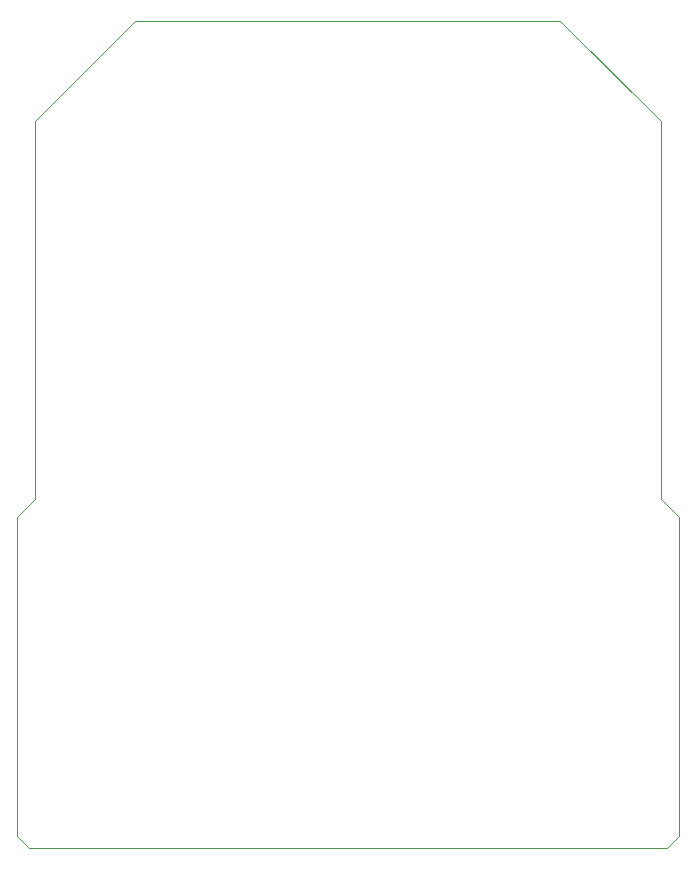
<source format=gbr>
%TF.GenerationSoftware,KiCad,Pcbnew,(6.0.7-1)-1*%
%TF.CreationDate,2022-12-18T15:37:26+01:00*%
%TF.ProjectId,overdrive,6f766572-6472-4697-9665-2e6b69636164,rev?*%
%TF.SameCoordinates,Original*%
%TF.FileFunction,Profile,NP*%
%FSLAX46Y46*%
G04 Gerber Fmt 4.6, Leading zero omitted, Abs format (unit mm)*
G04 Created by KiCad (PCBNEW (6.0.7-1)-1) date 2022-12-18 15:37:26*
%MOMM*%
%LPD*%
G01*
G04 APERTURE LIST*
%TA.AperFunction,Profile*%
%ADD10C,0.100000*%
%TD*%
G04 APERTURE END LIST*
D10*
X104500000Y-58500000D02*
X104500000Y-90500000D01*
X106000000Y-92000000D01*
X106000000Y-119000000D01*
X105000000Y-120000000D01*
X51000000Y-120000000D01*
X50000000Y-119000000D01*
X50000000Y-92000000D01*
X51500000Y-90500000D01*
X51500000Y-58500000D01*
X60000000Y-50000000D01*
X96000000Y-50000000D01*
X104500000Y-58500000D01*
M02*

</source>
